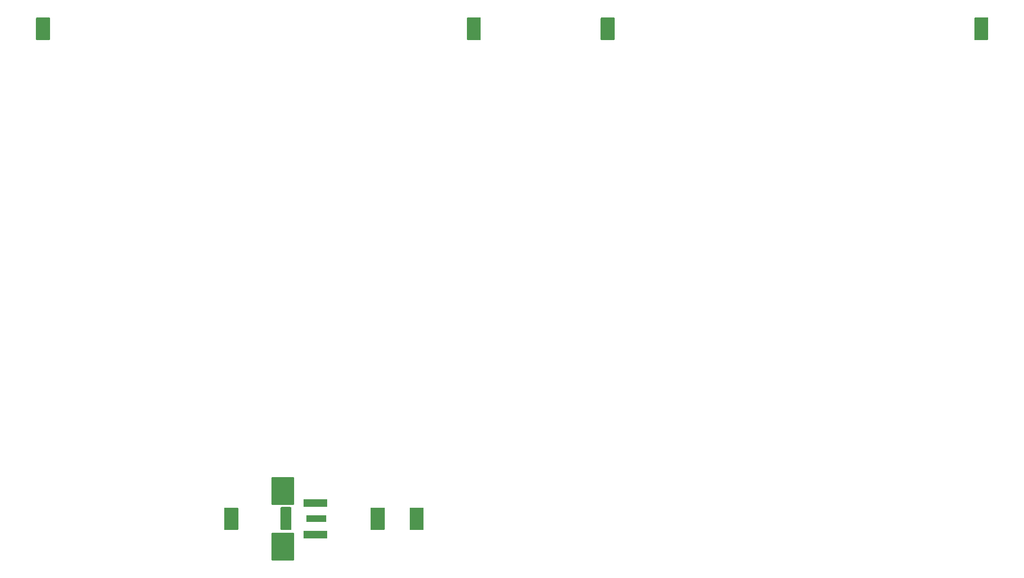
<source format=gts>
G04 #@! TF.GenerationSoftware,KiCad,Pcbnew,8.0.2+b1*
G04 #@! TF.CreationDate,2024-06-09T20:50:13-04:00*
G04 #@! TF.ProjectId,915-yagi,3931352d-7961-4676-992e-6b696361645f,rev?*
G04 #@! TF.SameCoordinates,Original*
G04 #@! TF.FileFunction,Soldermask,Top*
G04 #@! TF.FilePolarity,Negative*
%FSLAX46Y46*%
G04 Gerber Fmt 4.6, Leading zero omitted, Abs format (unit mm)*
G04 Created by KiCad (PCBNEW 8.0.2+b1) date 2024-06-09 20:50:13*
%MOMM*%
%LPD*%
G01*
G04 APERTURE LIST*
%ADD10R,3.600000X1.270000*%
%ADD11R,4.200000X1.350000*%
G04 APERTURE END LIST*
D10*
X69537500Y-107500000D03*
D11*
X69337500Y-110325000D03*
X69337500Y-104675000D03*
G36*
X55443039Y-105519685D02*
G01*
X55488794Y-105572489D01*
X55500000Y-105624000D01*
X55500000Y-109376000D01*
X55480315Y-109443039D01*
X55427511Y-109488794D01*
X55376000Y-109500000D01*
X53124000Y-109500000D01*
X53056961Y-109480315D01*
X53011206Y-109427511D01*
X53000000Y-109376000D01*
X53000000Y-105624000D01*
X53019685Y-105556961D01*
X53072489Y-105511206D01*
X53124000Y-105500000D01*
X55376000Y-105500000D01*
X55443039Y-105519685D01*
G37*
G36*
X64943039Y-105419685D02*
G01*
X64988794Y-105472489D01*
X65000000Y-105524000D01*
X65000000Y-109376000D01*
X64980315Y-109443039D01*
X64927511Y-109488794D01*
X64876000Y-109500000D01*
X63224000Y-109500000D01*
X63156961Y-109480315D01*
X63111206Y-109427511D01*
X63100000Y-109376000D01*
X63100000Y-105524000D01*
X63119685Y-105456961D01*
X63172489Y-105411206D01*
X63224000Y-105400000D01*
X64876000Y-105400000D01*
X64943039Y-105419685D01*
G37*
G36*
X81693039Y-105519685D02*
G01*
X81738794Y-105572489D01*
X81750000Y-105624000D01*
X81750000Y-109376000D01*
X81730315Y-109443039D01*
X81677511Y-109488794D01*
X81626000Y-109500000D01*
X79374000Y-109500000D01*
X79306961Y-109480315D01*
X79261206Y-109427511D01*
X79250000Y-109376000D01*
X79250000Y-105624000D01*
X79269685Y-105556961D01*
X79322489Y-105511206D01*
X79374000Y-105500000D01*
X81626000Y-105500000D01*
X81693039Y-105519685D01*
G37*
G36*
X65443039Y-100019685D02*
G01*
X65488794Y-100072489D01*
X65500000Y-100124000D01*
X65500000Y-104876000D01*
X65480315Y-104943039D01*
X65427511Y-104988794D01*
X65376000Y-105000000D01*
X61624000Y-105000000D01*
X61556961Y-104980315D01*
X61511206Y-104927511D01*
X61500000Y-104876000D01*
X61500000Y-100124000D01*
X61519685Y-100056961D01*
X61572489Y-100011206D01*
X61624000Y-100000000D01*
X65376000Y-100000000D01*
X65443039Y-100019685D01*
G37*
G36*
X189943039Y-17519685D02*
G01*
X189988794Y-17572489D01*
X190000000Y-17624000D01*
X190000000Y-21376000D01*
X189980315Y-21443039D01*
X189927511Y-21488794D01*
X189876000Y-21500000D01*
X187624000Y-21500000D01*
X187556961Y-21480315D01*
X187511206Y-21427511D01*
X187500000Y-21376000D01*
X187500000Y-17624000D01*
X187519685Y-17556961D01*
X187572489Y-17511206D01*
X187624000Y-17500000D01*
X189876000Y-17500000D01*
X189943039Y-17519685D01*
G37*
G36*
X21693039Y-17519685D02*
G01*
X21738794Y-17572489D01*
X21750000Y-17624000D01*
X21750000Y-21376000D01*
X21730315Y-21443039D01*
X21677511Y-21488794D01*
X21626000Y-21500000D01*
X19374000Y-21500000D01*
X19306961Y-21480315D01*
X19261206Y-21427511D01*
X19250000Y-21376000D01*
X19250000Y-17624000D01*
X19269685Y-17556961D01*
X19322489Y-17511206D01*
X19374000Y-17500000D01*
X21626000Y-17500000D01*
X21693039Y-17519685D01*
G37*
G36*
X65443039Y-110019685D02*
G01*
X65488794Y-110072489D01*
X65500000Y-110124000D01*
X65500000Y-114876000D01*
X65480315Y-114943039D01*
X65427511Y-114988794D01*
X65376000Y-115000000D01*
X61624000Y-115000000D01*
X61556961Y-114980315D01*
X61511206Y-114927511D01*
X61500000Y-114876000D01*
X61500000Y-110124000D01*
X61519685Y-110056961D01*
X61572489Y-110011206D01*
X61624000Y-110000000D01*
X65376000Y-110000000D01*
X65443039Y-110019685D01*
G37*
G36*
X122943039Y-17519685D02*
G01*
X122988794Y-17572489D01*
X123000000Y-17624000D01*
X123000000Y-21376000D01*
X122980315Y-21443039D01*
X122927511Y-21488794D01*
X122876000Y-21500000D01*
X120624000Y-21500000D01*
X120556961Y-21480315D01*
X120511206Y-21427511D01*
X120500000Y-21376000D01*
X120500000Y-17624000D01*
X120519685Y-17556961D01*
X120572489Y-17511206D01*
X120624000Y-17500000D01*
X122876000Y-17500000D01*
X122943039Y-17519685D01*
G37*
G36*
X98943039Y-17519685D02*
G01*
X98988794Y-17572489D01*
X99000000Y-17624000D01*
X99000000Y-21376000D01*
X98980315Y-21443039D01*
X98927511Y-21488794D01*
X98876000Y-21500000D01*
X96624000Y-21500000D01*
X96556961Y-21480315D01*
X96511206Y-21427511D01*
X96500000Y-21376000D01*
X96500000Y-17624000D01*
X96519685Y-17556961D01*
X96572489Y-17511206D01*
X96624000Y-17500000D01*
X98876000Y-17500000D01*
X98943039Y-17519685D01*
G37*
G36*
X88693039Y-105519685D02*
G01*
X88738794Y-105572489D01*
X88750000Y-105624000D01*
X88750000Y-109376000D01*
X88730315Y-109443039D01*
X88677511Y-109488794D01*
X88626000Y-109500000D01*
X86374000Y-109500000D01*
X86306961Y-109480315D01*
X86261206Y-109427511D01*
X86250000Y-109376000D01*
X86250000Y-105624000D01*
X86269685Y-105556961D01*
X86322489Y-105511206D01*
X86374000Y-105500000D01*
X88626000Y-105500000D01*
X88693039Y-105519685D01*
G37*
M02*

</source>
